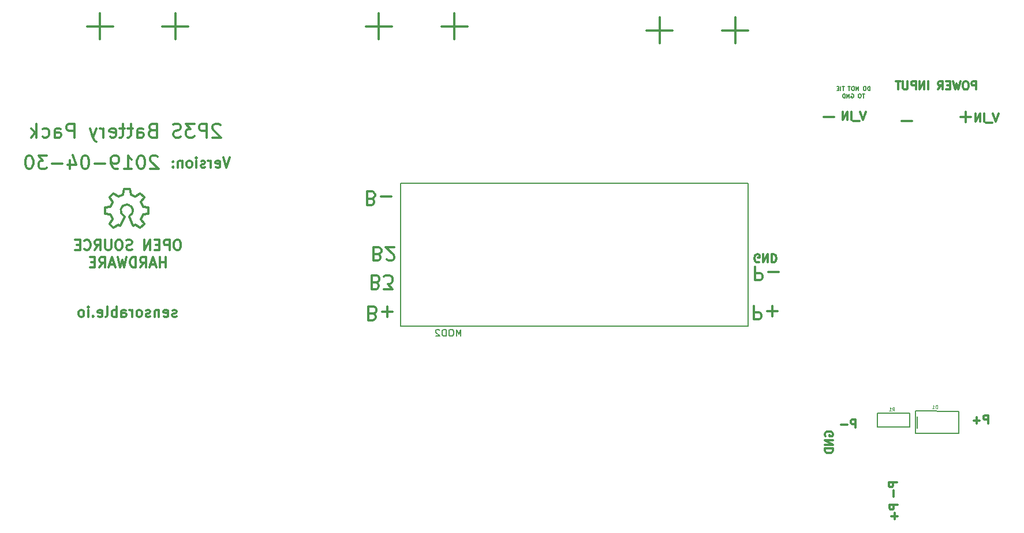
<source format=gbo>
G04 #@! TF.GenerationSoftware,KiCad,Pcbnew,(5.0.2)-1*
G04 #@! TF.CreationDate,2019-04-29T22:25:13-04:00*
G04 #@! TF.ProjectId,2p3s-pwr-pack,32703373-2d70-4777-922d-7061636b2e6b,V1*
G04 #@! TF.SameCoordinates,Original*
G04 #@! TF.FileFunction,Legend,Bot*
G04 #@! TF.FilePolarity,Positive*
%FSLAX46Y46*%
G04 Gerber Fmt 4.6, Leading zero omitted, Abs format (unit mm)*
G04 Created by KiCad (PCBNEW (5.0.2)-1) date 4/29/2019 10:25:13 PM*
%MOMM*%
%LPD*%
G01*
G04 APERTURE LIST*
%ADD10C,0.300000*%
%ADD11C,0.150000*%
%ADD12C,0.100000*%
G04 APERTURE END LIST*
D10*
X85142257Y-99287671D02*
X84856542Y-99287671D01*
X84713685Y-99359100D01*
X84570828Y-99501957D01*
X84499400Y-99787671D01*
X84499400Y-100287671D01*
X84570828Y-100573385D01*
X84713685Y-100716242D01*
X84856542Y-100787671D01*
X85142257Y-100787671D01*
X85285114Y-100716242D01*
X85427971Y-100573385D01*
X85499400Y-100287671D01*
X85499400Y-99787671D01*
X85427971Y-99501957D01*
X85285114Y-99359100D01*
X85142257Y-99287671D01*
X83856542Y-100787671D02*
X83856542Y-99287671D01*
X83285114Y-99287671D01*
X83142257Y-99359100D01*
X83070828Y-99430528D01*
X82999400Y-99573385D01*
X82999400Y-99787671D01*
X83070828Y-99930528D01*
X83142257Y-100001957D01*
X83285114Y-100073385D01*
X83856542Y-100073385D01*
X82356542Y-100001957D02*
X81856542Y-100001957D01*
X81642257Y-100787671D02*
X82356542Y-100787671D01*
X82356542Y-99287671D01*
X81642257Y-99287671D01*
X80999400Y-100787671D02*
X80999400Y-99287671D01*
X80142257Y-100787671D01*
X80142257Y-99287671D01*
X78356542Y-100716242D02*
X78142257Y-100787671D01*
X77785114Y-100787671D01*
X77642257Y-100716242D01*
X77570828Y-100644814D01*
X77499400Y-100501957D01*
X77499400Y-100359100D01*
X77570828Y-100216242D01*
X77642257Y-100144814D01*
X77785114Y-100073385D01*
X78070828Y-100001957D01*
X78213685Y-99930528D01*
X78285114Y-99859100D01*
X78356542Y-99716242D01*
X78356542Y-99573385D01*
X78285114Y-99430528D01*
X78213685Y-99359100D01*
X78070828Y-99287671D01*
X77713685Y-99287671D01*
X77499400Y-99359100D01*
X76570828Y-99287671D02*
X76285114Y-99287671D01*
X76142257Y-99359100D01*
X75999400Y-99501957D01*
X75927971Y-99787671D01*
X75927971Y-100287671D01*
X75999400Y-100573385D01*
X76142257Y-100716242D01*
X76285114Y-100787671D01*
X76570828Y-100787671D01*
X76713685Y-100716242D01*
X76856542Y-100573385D01*
X76927971Y-100287671D01*
X76927971Y-99787671D01*
X76856542Y-99501957D01*
X76713685Y-99359100D01*
X76570828Y-99287671D01*
X75285114Y-99287671D02*
X75285114Y-100501957D01*
X75213685Y-100644814D01*
X75142257Y-100716242D01*
X74999400Y-100787671D01*
X74713685Y-100787671D01*
X74570828Y-100716242D01*
X74499400Y-100644814D01*
X74427971Y-100501957D01*
X74427971Y-99287671D01*
X72856542Y-100787671D02*
X73356542Y-100073385D01*
X73713685Y-100787671D02*
X73713685Y-99287671D01*
X73142257Y-99287671D01*
X72999400Y-99359100D01*
X72927971Y-99430528D01*
X72856542Y-99573385D01*
X72856542Y-99787671D01*
X72927971Y-99930528D01*
X72999400Y-100001957D01*
X73142257Y-100073385D01*
X73713685Y-100073385D01*
X71356542Y-100644814D02*
X71427971Y-100716242D01*
X71642257Y-100787671D01*
X71785114Y-100787671D01*
X71999400Y-100716242D01*
X72142257Y-100573385D01*
X72213685Y-100430528D01*
X72285114Y-100144814D01*
X72285114Y-99930528D01*
X72213685Y-99644814D01*
X72142257Y-99501957D01*
X71999400Y-99359100D01*
X71785114Y-99287671D01*
X71642257Y-99287671D01*
X71427971Y-99359100D01*
X71356542Y-99430528D01*
X70713685Y-100001957D02*
X70213685Y-100001957D01*
X69999400Y-100787671D02*
X70713685Y-100787671D01*
X70713685Y-99287671D01*
X69999400Y-99287671D01*
X83249400Y-103337671D02*
X83249400Y-101837671D01*
X83249400Y-102551957D02*
X82392257Y-102551957D01*
X82392257Y-103337671D02*
X82392257Y-101837671D01*
X81749400Y-102909100D02*
X81035114Y-102909100D01*
X81892257Y-103337671D02*
X81392257Y-101837671D01*
X80892257Y-103337671D01*
X79535114Y-103337671D02*
X80035114Y-102623385D01*
X80392257Y-103337671D02*
X80392257Y-101837671D01*
X79820828Y-101837671D01*
X79677971Y-101909100D01*
X79606542Y-101980528D01*
X79535114Y-102123385D01*
X79535114Y-102337671D01*
X79606542Y-102480528D01*
X79677971Y-102551957D01*
X79820828Y-102623385D01*
X80392257Y-102623385D01*
X78892257Y-103337671D02*
X78892257Y-101837671D01*
X78535114Y-101837671D01*
X78320828Y-101909100D01*
X78177971Y-102051957D01*
X78106542Y-102194814D01*
X78035114Y-102480528D01*
X78035114Y-102694814D01*
X78106542Y-102980528D01*
X78177971Y-103123385D01*
X78320828Y-103266242D01*
X78535114Y-103337671D01*
X78892257Y-103337671D01*
X77535114Y-101837671D02*
X77177971Y-103337671D01*
X76892257Y-102266242D01*
X76606542Y-103337671D01*
X76249400Y-101837671D01*
X75749400Y-102909100D02*
X75035114Y-102909100D01*
X75892257Y-103337671D02*
X75392257Y-101837671D01*
X74892257Y-103337671D01*
X73535114Y-103337671D02*
X74035114Y-102623385D01*
X74392257Y-103337671D02*
X74392257Y-101837671D01*
X73820828Y-101837671D01*
X73677971Y-101909100D01*
X73606542Y-101980528D01*
X73535114Y-102123385D01*
X73535114Y-102337671D01*
X73606542Y-102480528D01*
X73677971Y-102551957D01*
X73820828Y-102623385D01*
X74392257Y-102623385D01*
X72892257Y-102551957D02*
X72392257Y-102551957D01*
X72177971Y-103337671D02*
X72892257Y-103337671D01*
X72892257Y-101837671D01*
X72177971Y-101837671D01*
X192735104Y-81854657D02*
X191211295Y-81854657D01*
D11*
X186591271Y-77368828D02*
X186591271Y-76768828D01*
X186448414Y-76768828D01*
X186362700Y-76797400D01*
X186305557Y-76854542D01*
X186276985Y-76911685D01*
X186248414Y-77025971D01*
X186248414Y-77111685D01*
X186276985Y-77225971D01*
X186305557Y-77283114D01*
X186362700Y-77340257D01*
X186448414Y-77368828D01*
X186591271Y-77368828D01*
X185876985Y-76768828D02*
X185762700Y-76768828D01*
X185705557Y-76797400D01*
X185648414Y-76854542D01*
X185619842Y-76968828D01*
X185619842Y-77168828D01*
X185648414Y-77283114D01*
X185705557Y-77340257D01*
X185762700Y-77368828D01*
X185876985Y-77368828D01*
X185934128Y-77340257D01*
X185991271Y-77283114D01*
X186019842Y-77168828D01*
X186019842Y-76968828D01*
X185991271Y-76854542D01*
X185934128Y-76797400D01*
X185876985Y-76768828D01*
X184905557Y-77368828D02*
X184905557Y-76768828D01*
X184562700Y-77368828D01*
X184562700Y-76768828D01*
X184162700Y-76768828D02*
X184048414Y-76768828D01*
X183991271Y-76797400D01*
X183934128Y-76854542D01*
X183905557Y-76968828D01*
X183905557Y-77168828D01*
X183934128Y-77283114D01*
X183991271Y-77340257D01*
X184048414Y-77368828D01*
X184162700Y-77368828D01*
X184219842Y-77340257D01*
X184276985Y-77283114D01*
X184305557Y-77168828D01*
X184305557Y-76968828D01*
X184276985Y-76854542D01*
X184219842Y-76797400D01*
X184162700Y-76768828D01*
X183734128Y-76768828D02*
X183391271Y-76768828D01*
X183562700Y-77368828D02*
X183562700Y-76768828D01*
X182819842Y-76768828D02*
X182476985Y-76768828D01*
X182648414Y-77368828D02*
X182648414Y-76768828D01*
X182276985Y-77368828D02*
X182276985Y-76768828D01*
X181991271Y-77054542D02*
X181791271Y-77054542D01*
X181705557Y-77368828D02*
X181991271Y-77368828D01*
X181991271Y-76768828D01*
X181705557Y-76768828D01*
X185791271Y-77818828D02*
X185448414Y-77818828D01*
X185619842Y-78418828D02*
X185619842Y-77818828D01*
X185134128Y-77818828D02*
X185019842Y-77818828D01*
X184962700Y-77847400D01*
X184905557Y-77904542D01*
X184876985Y-78018828D01*
X184876985Y-78218828D01*
X184905557Y-78333114D01*
X184962700Y-78390257D01*
X185019842Y-78418828D01*
X185134128Y-78418828D01*
X185191271Y-78390257D01*
X185248414Y-78333114D01*
X185276985Y-78218828D01*
X185276985Y-78018828D01*
X185248414Y-77904542D01*
X185191271Y-77847400D01*
X185134128Y-77818828D01*
X183848414Y-77847400D02*
X183905557Y-77818828D01*
X183991271Y-77818828D01*
X184076985Y-77847400D01*
X184134128Y-77904542D01*
X184162700Y-77961685D01*
X184191271Y-78075971D01*
X184191271Y-78161685D01*
X184162700Y-78275971D01*
X184134128Y-78333114D01*
X184076985Y-78390257D01*
X183991271Y-78418828D01*
X183934128Y-78418828D01*
X183848414Y-78390257D01*
X183819842Y-78361685D01*
X183819842Y-78161685D01*
X183934128Y-78161685D01*
X183562700Y-78418828D02*
X183562700Y-77818828D01*
X183219842Y-78418828D01*
X183219842Y-77818828D01*
X182934128Y-78418828D02*
X182934128Y-77818828D01*
X182791271Y-77818828D01*
X182705557Y-77847400D01*
X182648414Y-77904542D01*
X182619842Y-77961685D01*
X182591271Y-78075971D01*
X182591271Y-78161685D01*
X182619842Y-78275971D01*
X182648414Y-78333114D01*
X182705557Y-78390257D01*
X182791271Y-78418828D01*
X182934128Y-78418828D01*
D10*
X185959528Y-80495857D02*
X185559528Y-81695857D01*
X185159528Y-80495857D01*
X185045242Y-81810142D02*
X184130957Y-81810142D01*
X183845242Y-81695857D02*
X183845242Y-80495857D01*
X183273814Y-81695857D02*
X183273814Y-80495857D01*
X182588100Y-81695857D01*
X182588100Y-80495857D01*
X114150876Y-105578257D02*
X114436590Y-105483019D01*
X114531828Y-105387780D01*
X114627066Y-105197304D01*
X114627066Y-104911590D01*
X114531828Y-104721114D01*
X114436590Y-104625876D01*
X114246114Y-104530638D01*
X113484209Y-104530638D01*
X113484209Y-106530638D01*
X114150876Y-106530638D01*
X114341352Y-106435400D01*
X114436590Y-106340161D01*
X114531828Y-106149685D01*
X114531828Y-105959209D01*
X114436590Y-105768733D01*
X114341352Y-105673495D01*
X114150876Y-105578257D01*
X113484209Y-105578257D01*
X115293733Y-106530638D02*
X116531828Y-106530638D01*
X115865161Y-105768733D01*
X116150876Y-105768733D01*
X116341352Y-105673495D01*
X116436590Y-105578257D01*
X116531828Y-105387780D01*
X116531828Y-104911590D01*
X116436590Y-104721114D01*
X116341352Y-104625876D01*
X116150876Y-104530638D01*
X115579447Y-104530638D01*
X115388971Y-104625876D01*
X115293733Y-104721114D01*
X157657561Y-68505342D02*
X153848038Y-68505342D01*
X155752800Y-70410104D02*
X155752800Y-66600580D01*
X168731961Y-68505342D02*
X164922438Y-68505342D01*
X166827200Y-70410104D02*
X166827200Y-66600580D01*
X116458761Y-67921142D02*
X112649238Y-67921142D01*
X114554000Y-69825904D02*
X114554000Y-66016380D01*
X127533161Y-67921142D02*
X123723638Y-67921142D01*
X125628400Y-69825904D02*
X125628400Y-66016380D01*
X86613761Y-67921142D02*
X82804238Y-67921142D01*
X84709000Y-69825904D02*
X84709000Y-66016380D01*
X75539361Y-67921142D02*
X71729838Y-67921142D01*
X73634600Y-69825904D02*
X73634600Y-66016380D01*
X84864471Y-110525642D02*
X84721614Y-110597071D01*
X84435900Y-110597071D01*
X84293042Y-110525642D01*
X84221614Y-110382785D01*
X84221614Y-110311357D01*
X84293042Y-110168500D01*
X84435900Y-110097071D01*
X84650185Y-110097071D01*
X84793042Y-110025642D01*
X84864471Y-109882785D01*
X84864471Y-109811357D01*
X84793042Y-109668500D01*
X84650185Y-109597071D01*
X84435900Y-109597071D01*
X84293042Y-109668500D01*
X83007328Y-110525642D02*
X83150185Y-110597071D01*
X83435900Y-110597071D01*
X83578757Y-110525642D01*
X83650185Y-110382785D01*
X83650185Y-109811357D01*
X83578757Y-109668500D01*
X83435900Y-109597071D01*
X83150185Y-109597071D01*
X83007328Y-109668500D01*
X82935900Y-109811357D01*
X82935900Y-109954214D01*
X83650185Y-110097071D01*
X82293042Y-109597071D02*
X82293042Y-110597071D01*
X82293042Y-109739928D02*
X82221614Y-109668500D01*
X82078757Y-109597071D01*
X81864471Y-109597071D01*
X81721614Y-109668500D01*
X81650185Y-109811357D01*
X81650185Y-110597071D01*
X81007328Y-110525642D02*
X80864471Y-110597071D01*
X80578757Y-110597071D01*
X80435900Y-110525642D01*
X80364471Y-110382785D01*
X80364471Y-110311357D01*
X80435900Y-110168500D01*
X80578757Y-110097071D01*
X80793042Y-110097071D01*
X80935900Y-110025642D01*
X81007328Y-109882785D01*
X81007328Y-109811357D01*
X80935900Y-109668500D01*
X80793042Y-109597071D01*
X80578757Y-109597071D01*
X80435900Y-109668500D01*
X79507328Y-110597071D02*
X79650185Y-110525642D01*
X79721614Y-110454214D01*
X79793042Y-110311357D01*
X79793042Y-109882785D01*
X79721614Y-109739928D01*
X79650185Y-109668500D01*
X79507328Y-109597071D01*
X79293042Y-109597071D01*
X79150185Y-109668500D01*
X79078757Y-109739928D01*
X79007328Y-109882785D01*
X79007328Y-110311357D01*
X79078757Y-110454214D01*
X79150185Y-110525642D01*
X79293042Y-110597071D01*
X79507328Y-110597071D01*
X78364471Y-110597071D02*
X78364471Y-109597071D01*
X78364471Y-109882785D02*
X78293042Y-109739928D01*
X78221614Y-109668500D01*
X78078757Y-109597071D01*
X77935900Y-109597071D01*
X76793042Y-110597071D02*
X76793042Y-109811357D01*
X76864471Y-109668500D01*
X77007328Y-109597071D01*
X77293042Y-109597071D01*
X77435900Y-109668500D01*
X76793042Y-110525642D02*
X76935900Y-110597071D01*
X77293042Y-110597071D01*
X77435900Y-110525642D01*
X77507328Y-110382785D01*
X77507328Y-110239928D01*
X77435900Y-110097071D01*
X77293042Y-110025642D01*
X76935900Y-110025642D01*
X76793042Y-109954214D01*
X76078757Y-110597071D02*
X76078757Y-109097071D01*
X76078757Y-109668500D02*
X75935900Y-109597071D01*
X75650185Y-109597071D01*
X75507328Y-109668500D01*
X75435900Y-109739928D01*
X75364471Y-109882785D01*
X75364471Y-110311357D01*
X75435900Y-110454214D01*
X75507328Y-110525642D01*
X75650185Y-110597071D01*
X75935900Y-110597071D01*
X76078757Y-110525642D01*
X74507328Y-110597071D02*
X74650185Y-110525642D01*
X74721614Y-110382785D01*
X74721614Y-109097071D01*
X73364471Y-110525642D02*
X73507328Y-110597071D01*
X73793042Y-110597071D01*
X73935900Y-110525642D01*
X74007328Y-110382785D01*
X74007328Y-109811357D01*
X73935900Y-109668500D01*
X73793042Y-109597071D01*
X73507328Y-109597071D01*
X73364471Y-109668500D01*
X73293042Y-109811357D01*
X73293042Y-109954214D01*
X74007328Y-110097071D01*
X72650185Y-110454214D02*
X72578757Y-110525642D01*
X72650185Y-110597071D01*
X72721614Y-110525642D01*
X72650185Y-110454214D01*
X72650185Y-110597071D01*
X71935900Y-110597071D02*
X71935900Y-109597071D01*
X71935900Y-109097071D02*
X72007328Y-109168500D01*
X71935900Y-109239928D01*
X71864471Y-109168500D01*
X71935900Y-109097071D01*
X71935900Y-109239928D01*
X71007328Y-110597071D02*
X71150185Y-110525642D01*
X71221614Y-110454214D01*
X71293042Y-110311357D01*
X71293042Y-109882785D01*
X71221614Y-109739928D01*
X71150185Y-109668500D01*
X71007328Y-109597071D01*
X70793042Y-109597071D01*
X70650185Y-109668500D01*
X70578757Y-109739928D01*
X70507328Y-109882785D01*
X70507328Y-110311357D01*
X70578757Y-110454214D01*
X70650185Y-110525642D01*
X70793042Y-110597071D01*
X71007328Y-110597071D01*
X75604081Y-97527715D02*
G75*
G03X75656235Y-97532700I29096J29096D01*
G01*
X75656235Y-97532700D02*
X76301097Y-97096419D01*
X76686962Y-97191478D02*
X77226794Y-95869346D01*
X76339901Y-97092484D02*
G75*
G03X76301097Y-97096419I-15747J-38016D01*
G01*
X75053116Y-96976750D02*
X75604081Y-97527715D01*
X75484412Y-96279734D02*
X75048131Y-96924596D01*
X77226795Y-95869347D02*
G75*
G03X77205904Y-95816413I-38096J15555D01*
G01*
X74395048Y-95388036D02*
G75*
G03X74428402Y-95428438I41148J1D01*
G01*
X76633121Y-97213940D02*
G75*
G03X76686962Y-97191478I15746J38016D01*
G01*
X74428402Y-95428438D02*
X75192885Y-95575927D01*
X75484412Y-96279734D02*
G75*
G03X75488347Y-96240930I-34081J23057D01*
G01*
X76339901Y-97092484D02*
X76633121Y-97213940D01*
X75223106Y-95600583D02*
G75*
G03X75192885Y-95575927I-38015J-15747D01*
G01*
X75223106Y-95600583D02*
X75488347Y-96240930D01*
X75048130Y-96924596D02*
G75*
G03X75053116Y-96976750I34082J-23057D01*
G01*
X78824875Y-92904403D02*
G75*
G03X78863679Y-92900467I15746J38016D01*
G01*
X75192885Y-94420960D02*
X74428402Y-94568449D01*
X79680363Y-93717152D02*
X80116645Y-93072290D01*
X79971890Y-95575927D02*
G75*
G03X79941669Y-95600583I7795J-40403D01*
G01*
X79680364Y-93717153D02*
G75*
G03X79676429Y-93755956I34080J-23057D01*
G01*
X80736374Y-94568449D02*
X79971890Y-94420960D01*
X76980247Y-92639162D02*
G75*
G03X77004904Y-92608941I-15746J38016D01*
G01*
X75192885Y-94420959D02*
G75*
G03X75223106Y-94396304I-7794J40402D01*
G01*
X75488347Y-93755956D02*
X75223106Y-94396304D01*
X75488347Y-93755956D02*
G75*
G03X75484412Y-93717152I-38016J15746D01*
G01*
X76301097Y-92900467D02*
X75656235Y-92464186D01*
X78012382Y-91844457D02*
G75*
G03X77971979Y-91811104I-40403J-7795D01*
G01*
X79971890Y-95575927D02*
X80736374Y-95428438D01*
X78531655Y-97213940D02*
X78824874Y-97092484D01*
X79508541Y-97532700D02*
G75*
G03X79560694Y-97527715I23057J34081D01*
G01*
X75048131Y-93072290D02*
X75484412Y-93717152D01*
X75604081Y-92469171D02*
X75053116Y-93020137D01*
X75656234Y-92464186D02*
G75*
G03X75604081Y-92469171I-23057J-34081D01*
G01*
X77152393Y-91844457D02*
X77004904Y-92608941D01*
X76301098Y-92900467D02*
G75*
G03X76339901Y-92904402I23056J34080D01*
G01*
X76980248Y-92639162D02*
X76339901Y-92904402D01*
X77192796Y-91811104D02*
G75*
G03X77152393Y-91844457I0J-41148D01*
G01*
X80736374Y-95428438D02*
G75*
G03X80769727Y-95388035I-7795J40403D01*
G01*
X80116645Y-96924596D02*
X79680363Y-96279734D01*
X77971979Y-91811104D02*
X77192796Y-91811104D01*
X80116645Y-93072290D02*
G75*
G03X80111660Y-93020137I-34081J23057D01*
G01*
X78159871Y-92608941D02*
X78012382Y-91844457D01*
X78159871Y-92608941D02*
G75*
G03X78184527Y-92639162I40403J7795D01*
G01*
X77937981Y-95869346D02*
X78477813Y-97191478D01*
X79560694Y-92469171D02*
G75*
G03X79508540Y-92464186I-29096J-29096D01*
G01*
X78863678Y-97096419D02*
G75*
G03X78824874Y-97092484I-23057J-34081D01*
G01*
X79676428Y-96240930D02*
G75*
G03X79680363Y-96279734I38016J-15747D01*
G01*
X79508540Y-92464186D02*
X78863679Y-92900467D01*
X80111660Y-93020137D02*
X79560694Y-92469171D01*
X79941669Y-94396304D02*
X79676429Y-93755956D01*
X79941669Y-94396303D02*
G75*
G03X79971890Y-94420960I38016J15746D01*
G01*
X80769727Y-94608852D02*
G75*
G03X80736374Y-94568449I-41148J0D01*
G01*
X80769727Y-95388035D02*
X80769727Y-94608852D01*
X79560694Y-97527715D02*
X80111660Y-96976750D01*
X77958872Y-95816413D02*
G75*
G03X77937981Y-95869346I17204J-37379D01*
G01*
X80111660Y-96976749D02*
G75*
G03X80116645Y-96924596I-29096J29096D01*
G01*
X79676429Y-96240930D02*
X79941669Y-95600583D01*
X78863679Y-97096419D02*
X79508540Y-97532700D01*
X78477813Y-97191479D02*
G75*
G03X78531655Y-97213940I38095J15555D01*
G01*
X75053116Y-93020137D02*
G75*
G03X75048131Y-93072290I29096J-29096D01*
G01*
X78824874Y-92904402D02*
X78184527Y-92639162D01*
X74395048Y-94608852D02*
X74395048Y-95388035D01*
X74428401Y-94568449D02*
G75*
G03X74395048Y-94608852I7795J-40403D01*
G01*
X77958872Y-95816413D02*
G75*
G03X77205904Y-95816413I-376484J817970D01*
G01*
X92706514Y-87170571D02*
X92206514Y-88670571D01*
X91706514Y-87170571D01*
X90635085Y-88599142D02*
X90777942Y-88670571D01*
X91063657Y-88670571D01*
X91206514Y-88599142D01*
X91277942Y-88456285D01*
X91277942Y-87884857D01*
X91206514Y-87742000D01*
X91063657Y-87670571D01*
X90777942Y-87670571D01*
X90635085Y-87742000D01*
X90563657Y-87884857D01*
X90563657Y-88027714D01*
X91277942Y-88170571D01*
X89920800Y-88670571D02*
X89920800Y-87670571D01*
X89920800Y-87956285D02*
X89849371Y-87813428D01*
X89777942Y-87742000D01*
X89635085Y-87670571D01*
X89492228Y-87670571D01*
X89063657Y-88599142D02*
X88920800Y-88670571D01*
X88635085Y-88670571D01*
X88492228Y-88599142D01*
X88420800Y-88456285D01*
X88420800Y-88384857D01*
X88492228Y-88242000D01*
X88635085Y-88170571D01*
X88849371Y-88170571D01*
X88992228Y-88099142D01*
X89063657Y-87956285D01*
X89063657Y-87884857D01*
X88992228Y-87742000D01*
X88849371Y-87670571D01*
X88635085Y-87670571D01*
X88492228Y-87742000D01*
X87777942Y-88670571D02*
X87777942Y-87670571D01*
X87777942Y-87170571D02*
X87849371Y-87242000D01*
X87777942Y-87313428D01*
X87706514Y-87242000D01*
X87777942Y-87170571D01*
X87777942Y-87313428D01*
X86849371Y-88670571D02*
X86992228Y-88599142D01*
X87063657Y-88527714D01*
X87135085Y-88384857D01*
X87135085Y-87956285D01*
X87063657Y-87813428D01*
X86992228Y-87742000D01*
X86849371Y-87670571D01*
X86635085Y-87670571D01*
X86492228Y-87742000D01*
X86420800Y-87813428D01*
X86349371Y-87956285D01*
X86349371Y-88384857D01*
X86420800Y-88527714D01*
X86492228Y-88599142D01*
X86635085Y-88670571D01*
X86849371Y-88670571D01*
X85706514Y-87670571D02*
X85706514Y-88670571D01*
X85706514Y-87813428D02*
X85635085Y-87742000D01*
X85492228Y-87670571D01*
X85277942Y-87670571D01*
X85135085Y-87742000D01*
X85063657Y-87884857D01*
X85063657Y-88670571D01*
X84349371Y-88527714D02*
X84277942Y-88599142D01*
X84349371Y-88670571D01*
X84420800Y-88599142D01*
X84349371Y-88527714D01*
X84349371Y-88670571D01*
X84349371Y-87742000D02*
X84277942Y-87813428D01*
X84349371Y-87884857D01*
X84420800Y-87813428D01*
X84349371Y-87742000D01*
X84349371Y-87884857D01*
X82135085Y-87087238D02*
X82039847Y-86992000D01*
X81849371Y-86896761D01*
X81373180Y-86896761D01*
X81182704Y-86992000D01*
X81087466Y-87087238D01*
X80992228Y-87277714D01*
X80992228Y-87468190D01*
X81087466Y-87753904D01*
X82230323Y-88896761D01*
X80992228Y-88896761D01*
X79754133Y-86896761D02*
X79563657Y-86896761D01*
X79373180Y-86992000D01*
X79277942Y-87087238D01*
X79182704Y-87277714D01*
X79087466Y-87658666D01*
X79087466Y-88134857D01*
X79182704Y-88515809D01*
X79277942Y-88706285D01*
X79373180Y-88801523D01*
X79563657Y-88896761D01*
X79754133Y-88896761D01*
X79944609Y-88801523D01*
X80039847Y-88706285D01*
X80135085Y-88515809D01*
X80230323Y-88134857D01*
X80230323Y-87658666D01*
X80135085Y-87277714D01*
X80039847Y-87087238D01*
X79944609Y-86992000D01*
X79754133Y-86896761D01*
X77182704Y-88896761D02*
X78325561Y-88896761D01*
X77754133Y-88896761D02*
X77754133Y-86896761D01*
X77944609Y-87182476D01*
X78135085Y-87372952D01*
X78325561Y-87468190D01*
X76230323Y-88896761D02*
X75849371Y-88896761D01*
X75658895Y-88801523D01*
X75563657Y-88706285D01*
X75373180Y-88420571D01*
X75277942Y-88039619D01*
X75277942Y-87277714D01*
X75373180Y-87087238D01*
X75468419Y-86992000D01*
X75658895Y-86896761D01*
X76039847Y-86896761D01*
X76230323Y-86992000D01*
X76325561Y-87087238D01*
X76420800Y-87277714D01*
X76420800Y-87753904D01*
X76325561Y-87944380D01*
X76230323Y-88039619D01*
X76039847Y-88134857D01*
X75658895Y-88134857D01*
X75468419Y-88039619D01*
X75373180Y-87944380D01*
X75277942Y-87753904D01*
X74420800Y-88134857D02*
X72896990Y-88134857D01*
X71563657Y-86896761D02*
X71373180Y-86896761D01*
X71182704Y-86992000D01*
X71087466Y-87087238D01*
X70992228Y-87277714D01*
X70896990Y-87658666D01*
X70896990Y-88134857D01*
X70992228Y-88515809D01*
X71087466Y-88706285D01*
X71182704Y-88801523D01*
X71373180Y-88896761D01*
X71563657Y-88896761D01*
X71754133Y-88801523D01*
X71849371Y-88706285D01*
X71944609Y-88515809D01*
X72039847Y-88134857D01*
X72039847Y-87658666D01*
X71944609Y-87277714D01*
X71849371Y-87087238D01*
X71754133Y-86992000D01*
X71563657Y-86896761D01*
X69182704Y-87563428D02*
X69182704Y-88896761D01*
X69658895Y-86801523D02*
X70135085Y-88230095D01*
X68896990Y-88230095D01*
X68135085Y-88134857D02*
X66611276Y-88134857D01*
X65849371Y-86896761D02*
X64611276Y-86896761D01*
X65277942Y-87658666D01*
X64992228Y-87658666D01*
X64801752Y-87753904D01*
X64706514Y-87849142D01*
X64611276Y-88039619D01*
X64611276Y-88515809D01*
X64706514Y-88706285D01*
X64801752Y-88801523D01*
X64992228Y-88896761D01*
X65563657Y-88896761D01*
X65754133Y-88801523D01*
X65849371Y-88706285D01*
X63373180Y-86896761D02*
X63182704Y-86896761D01*
X62992228Y-86992000D01*
X62896990Y-87087238D01*
X62801752Y-87277714D01*
X62706514Y-87658666D01*
X62706514Y-88134857D01*
X62801752Y-88515809D01*
X62896990Y-88706285D01*
X62992228Y-88801523D01*
X63182704Y-88896761D01*
X63373180Y-88896761D01*
X63563657Y-88801523D01*
X63658895Y-88706285D01*
X63754133Y-88515809D01*
X63849371Y-88134857D01*
X63849371Y-87658666D01*
X63754133Y-87277714D01*
X63658895Y-87087238D01*
X63563657Y-86992000D01*
X63373180Y-86896761D01*
X91301742Y-82445338D02*
X91206504Y-82350100D01*
X91016028Y-82254861D01*
X90539838Y-82254861D01*
X90349361Y-82350100D01*
X90254123Y-82445338D01*
X90158885Y-82635814D01*
X90158885Y-82826290D01*
X90254123Y-83112004D01*
X91396980Y-84254861D01*
X90158885Y-84254861D01*
X89301742Y-84254861D02*
X89301742Y-82254861D01*
X88539838Y-82254861D01*
X88349361Y-82350100D01*
X88254123Y-82445338D01*
X88158885Y-82635814D01*
X88158885Y-82921528D01*
X88254123Y-83112004D01*
X88349361Y-83207242D01*
X88539838Y-83302480D01*
X89301742Y-83302480D01*
X87492219Y-82254861D02*
X86254123Y-82254861D01*
X86920790Y-83016766D01*
X86635076Y-83016766D01*
X86444600Y-83112004D01*
X86349361Y-83207242D01*
X86254123Y-83397719D01*
X86254123Y-83873909D01*
X86349361Y-84064385D01*
X86444600Y-84159623D01*
X86635076Y-84254861D01*
X87206504Y-84254861D01*
X87396980Y-84159623D01*
X87492219Y-84064385D01*
X85492219Y-84159623D02*
X85206504Y-84254861D01*
X84730314Y-84254861D01*
X84539838Y-84159623D01*
X84444600Y-84064385D01*
X84349361Y-83873909D01*
X84349361Y-83683433D01*
X84444600Y-83492957D01*
X84539838Y-83397719D01*
X84730314Y-83302480D01*
X85111266Y-83207242D01*
X85301742Y-83112004D01*
X85396980Y-83016766D01*
X85492219Y-82826290D01*
X85492219Y-82635814D01*
X85396980Y-82445338D01*
X85301742Y-82350100D01*
X85111266Y-82254861D01*
X84635076Y-82254861D01*
X84349361Y-82350100D01*
X81301742Y-83207242D02*
X81016028Y-83302480D01*
X80920790Y-83397719D01*
X80825552Y-83588195D01*
X80825552Y-83873909D01*
X80920790Y-84064385D01*
X81016028Y-84159623D01*
X81206504Y-84254861D01*
X81968409Y-84254861D01*
X81968409Y-82254861D01*
X81301742Y-82254861D01*
X81111266Y-82350100D01*
X81016028Y-82445338D01*
X80920790Y-82635814D01*
X80920790Y-82826290D01*
X81016028Y-83016766D01*
X81111266Y-83112004D01*
X81301742Y-83207242D01*
X81968409Y-83207242D01*
X79111266Y-84254861D02*
X79111266Y-83207242D01*
X79206504Y-83016766D01*
X79396980Y-82921528D01*
X79777933Y-82921528D01*
X79968409Y-83016766D01*
X79111266Y-84159623D02*
X79301742Y-84254861D01*
X79777933Y-84254861D01*
X79968409Y-84159623D01*
X80063647Y-83969147D01*
X80063647Y-83778671D01*
X79968409Y-83588195D01*
X79777933Y-83492957D01*
X79301742Y-83492957D01*
X79111266Y-83397719D01*
X78444600Y-82921528D02*
X77682695Y-82921528D01*
X78158885Y-82254861D02*
X78158885Y-83969147D01*
X78063647Y-84159623D01*
X77873171Y-84254861D01*
X77682695Y-84254861D01*
X77301742Y-82921528D02*
X76539838Y-82921528D01*
X77016028Y-82254861D02*
X77016028Y-83969147D01*
X76920790Y-84159623D01*
X76730314Y-84254861D01*
X76539838Y-84254861D01*
X75111266Y-84159623D02*
X75301742Y-84254861D01*
X75682695Y-84254861D01*
X75873171Y-84159623D01*
X75968409Y-83969147D01*
X75968409Y-83207242D01*
X75873171Y-83016766D01*
X75682695Y-82921528D01*
X75301742Y-82921528D01*
X75111266Y-83016766D01*
X75016028Y-83207242D01*
X75016028Y-83397719D01*
X75968409Y-83588195D01*
X74158885Y-84254861D02*
X74158885Y-82921528D01*
X74158885Y-83302480D02*
X74063647Y-83112004D01*
X73968409Y-83016766D01*
X73777933Y-82921528D01*
X73587457Y-82921528D01*
X73111266Y-82921528D02*
X72635076Y-84254861D01*
X72158885Y-82921528D02*
X72635076Y-84254861D01*
X72825552Y-84731052D01*
X72920790Y-84826290D01*
X73111266Y-84921528D01*
X69873171Y-84254861D02*
X69873171Y-82254861D01*
X69111266Y-82254861D01*
X68920790Y-82350100D01*
X68825552Y-82445338D01*
X68730314Y-82635814D01*
X68730314Y-82921528D01*
X68825552Y-83112004D01*
X68920790Y-83207242D01*
X69111266Y-83302480D01*
X69873171Y-83302480D01*
X67016028Y-84254861D02*
X67016028Y-83207242D01*
X67111266Y-83016766D01*
X67301742Y-82921528D01*
X67682695Y-82921528D01*
X67873171Y-83016766D01*
X67016028Y-84159623D02*
X67206504Y-84254861D01*
X67682695Y-84254861D01*
X67873171Y-84159623D01*
X67968409Y-83969147D01*
X67968409Y-83778671D01*
X67873171Y-83588195D01*
X67682695Y-83492957D01*
X67206504Y-83492957D01*
X67016028Y-83397719D01*
X65206504Y-84159623D02*
X65396980Y-84254861D01*
X65777933Y-84254861D01*
X65968409Y-84159623D01*
X66063647Y-84064385D01*
X66158885Y-83873909D01*
X66158885Y-83302480D01*
X66063647Y-83112004D01*
X65968409Y-83016766D01*
X65777933Y-82921528D01*
X65396980Y-82921528D01*
X65206504Y-83016766D01*
X64349361Y-84254861D02*
X64349361Y-82254861D01*
X64158885Y-83492957D02*
X63587457Y-84254861D01*
X63587457Y-82921528D02*
X64349361Y-83683433D01*
X113504761Y-93242857D02*
X113790476Y-93147619D01*
X113885714Y-93052380D01*
X113980952Y-92861904D01*
X113980952Y-92576190D01*
X113885714Y-92385714D01*
X113790476Y-92290476D01*
X113600000Y-92195238D01*
X112838095Y-92195238D01*
X112838095Y-94195238D01*
X113504761Y-94195238D01*
X113695238Y-94100000D01*
X113790476Y-94004761D01*
X113885714Y-93814285D01*
X113885714Y-93623809D01*
X113790476Y-93433333D01*
X113695238Y-93338095D01*
X113504761Y-93242857D01*
X112838095Y-93242857D01*
X114838095Y-92957142D02*
X116361904Y-92957142D01*
X114430276Y-101399957D02*
X114715990Y-101304719D01*
X114811228Y-101209480D01*
X114906466Y-101019004D01*
X114906466Y-100733290D01*
X114811228Y-100542814D01*
X114715990Y-100447576D01*
X114525514Y-100352338D01*
X113763609Y-100352338D01*
X113763609Y-102352338D01*
X114430276Y-102352338D01*
X114620752Y-102257100D01*
X114715990Y-102161861D01*
X114811228Y-101971385D01*
X114811228Y-101780909D01*
X114715990Y-101590433D01*
X114620752Y-101495195D01*
X114430276Y-101399957D01*
X113763609Y-101399957D01*
X115668371Y-102161861D02*
X115763609Y-102257100D01*
X115954085Y-102352338D01*
X116430276Y-102352338D01*
X116620752Y-102257100D01*
X116715990Y-102161861D01*
X116811228Y-101971385D01*
X116811228Y-101780909D01*
X116715990Y-101495195D01*
X115573133Y-100352338D01*
X116811228Y-100352338D01*
X113704761Y-110142857D02*
X113990476Y-110047619D01*
X114085714Y-109952380D01*
X114180952Y-109761904D01*
X114180952Y-109476190D01*
X114085714Y-109285714D01*
X113990476Y-109190476D01*
X113800000Y-109095238D01*
X113038095Y-109095238D01*
X113038095Y-111095238D01*
X113704761Y-111095238D01*
X113895238Y-111000000D01*
X113990476Y-110904761D01*
X114085714Y-110714285D01*
X114085714Y-110523809D01*
X113990476Y-110333333D01*
X113895238Y-110238095D01*
X113704761Y-110142857D01*
X113038095Y-110142857D01*
X115038095Y-109857142D02*
X116561904Y-109857142D01*
X115800000Y-109095238D02*
X115800000Y-110619047D01*
X170332514Y-102555600D02*
X170218228Y-102612742D01*
X170046800Y-102612742D01*
X169875371Y-102555600D01*
X169761085Y-102441314D01*
X169703942Y-102327028D01*
X169646800Y-102098457D01*
X169646800Y-101927028D01*
X169703942Y-101698457D01*
X169761085Y-101584171D01*
X169875371Y-101469885D01*
X170046800Y-101412742D01*
X170161085Y-101412742D01*
X170332514Y-101469885D01*
X170389657Y-101527028D01*
X170389657Y-101927028D01*
X170161085Y-101927028D01*
X170903942Y-101412742D02*
X170903942Y-102612742D01*
X171589657Y-101412742D01*
X171589657Y-102612742D01*
X172161085Y-101412742D02*
X172161085Y-102612742D01*
X172446800Y-102612742D01*
X172618228Y-102555600D01*
X172732514Y-102441314D01*
X172789657Y-102327028D01*
X172846800Y-102098457D01*
X172846800Y-101927028D01*
X172789657Y-101698457D01*
X172732514Y-101584171D01*
X172618228Y-101469885D01*
X172446800Y-101412742D01*
X172161085Y-101412742D01*
X169688095Y-103235238D02*
X169688095Y-105235238D01*
X170450000Y-105235238D01*
X170640476Y-105140000D01*
X170735714Y-105044761D01*
X170830952Y-104854285D01*
X170830952Y-104568571D01*
X170735714Y-104378095D01*
X170640476Y-104282857D01*
X170450000Y-104187619D01*
X169688095Y-104187619D01*
X171688095Y-103997142D02*
X173211904Y-103997142D01*
X169538095Y-108995238D02*
X169538095Y-110995238D01*
X170300000Y-110995238D01*
X170490476Y-110900000D01*
X170585714Y-110804761D01*
X170680952Y-110614285D01*
X170680952Y-110328571D01*
X170585714Y-110138095D01*
X170490476Y-110042857D01*
X170300000Y-109947619D01*
X169538095Y-109947619D01*
X171538095Y-109757142D02*
X173061904Y-109757142D01*
X172300000Y-108995238D02*
X172300000Y-110519047D01*
X190642857Y-138242857D02*
X189442857Y-138242857D01*
X189442857Y-138700000D01*
X189500000Y-138814285D01*
X189557142Y-138871428D01*
X189671428Y-138928571D01*
X189842857Y-138928571D01*
X189957142Y-138871428D01*
X190014285Y-138814285D01*
X190071428Y-138700000D01*
X190071428Y-138242857D01*
X190185714Y-139442857D02*
X190185714Y-140357142D01*
X190642857Y-139900000D02*
X189728571Y-139900000D01*
X190542857Y-134942857D02*
X189342857Y-134942857D01*
X189342857Y-135400000D01*
X189400000Y-135514285D01*
X189457142Y-135571428D01*
X189571428Y-135628571D01*
X189742857Y-135628571D01*
X189857142Y-135571428D01*
X189914285Y-135514285D01*
X189971428Y-135400000D01*
X189971428Y-134942857D01*
X190085714Y-136142857D02*
X190085714Y-137057142D01*
X203901542Y-126298257D02*
X203901542Y-125098257D01*
X203444400Y-125098257D01*
X203330114Y-125155400D01*
X203272971Y-125212542D01*
X203215828Y-125326828D01*
X203215828Y-125498257D01*
X203272971Y-125612542D01*
X203330114Y-125669685D01*
X203444400Y-125726828D01*
X203901542Y-125726828D01*
X202701542Y-125841114D02*
X201787257Y-125841114D01*
X202244400Y-126298257D02*
X202244400Y-125383971D01*
X184445142Y-126920557D02*
X184445142Y-125720557D01*
X183988000Y-125720557D01*
X183873714Y-125777700D01*
X183816571Y-125834842D01*
X183759428Y-125949128D01*
X183759428Y-126120557D01*
X183816571Y-126234842D01*
X183873714Y-126291985D01*
X183988000Y-126349128D01*
X184445142Y-126349128D01*
X183245142Y-126463414D02*
X182330857Y-126463414D01*
X180019400Y-128130414D02*
X179962257Y-128016128D01*
X179962257Y-127844700D01*
X180019400Y-127673271D01*
X180133685Y-127558985D01*
X180247971Y-127501842D01*
X180476542Y-127444700D01*
X180647971Y-127444700D01*
X180876542Y-127501842D01*
X180990828Y-127558985D01*
X181105114Y-127673271D01*
X181162257Y-127844700D01*
X181162257Y-127958985D01*
X181105114Y-128130414D01*
X181047971Y-128187557D01*
X180647971Y-128187557D01*
X180647971Y-127958985D01*
X181162257Y-128701842D02*
X179962257Y-128701842D01*
X181162257Y-129387557D01*
X179962257Y-129387557D01*
X181162257Y-129958985D02*
X179962257Y-129958985D01*
X179962257Y-130244700D01*
X180019400Y-130416128D01*
X180133685Y-130530414D01*
X180247971Y-130587557D01*
X180476542Y-130644700D01*
X180647971Y-130644700D01*
X180876542Y-130587557D01*
X180990828Y-130530414D01*
X181105114Y-130416128D01*
X181162257Y-130244700D01*
X181162257Y-129958985D01*
X181305104Y-81219657D02*
X179781295Y-81219657D01*
X201396504Y-81245057D02*
X199872695Y-81245057D01*
X200634600Y-82006961D02*
X200634600Y-80483152D01*
X205428628Y-80749857D02*
X205028628Y-81949857D01*
X204628628Y-80749857D01*
X204514342Y-82064142D02*
X203600057Y-82064142D01*
X203314342Y-81949857D02*
X203314342Y-80749857D01*
X202742914Y-81949857D02*
X202742914Y-80749857D01*
X202057200Y-81949857D01*
X202057200Y-80749857D01*
X202170571Y-77200057D02*
X202170571Y-76000057D01*
X201713428Y-76000057D01*
X201599142Y-76057200D01*
X201542000Y-76114342D01*
X201484857Y-76228628D01*
X201484857Y-76400057D01*
X201542000Y-76514342D01*
X201599142Y-76571485D01*
X201713428Y-76628628D01*
X202170571Y-76628628D01*
X200742000Y-76000057D02*
X200513428Y-76000057D01*
X200399142Y-76057200D01*
X200284857Y-76171485D01*
X200227714Y-76400057D01*
X200227714Y-76800057D01*
X200284857Y-77028628D01*
X200399142Y-77142914D01*
X200513428Y-77200057D01*
X200742000Y-77200057D01*
X200856285Y-77142914D01*
X200970571Y-77028628D01*
X201027714Y-76800057D01*
X201027714Y-76400057D01*
X200970571Y-76171485D01*
X200856285Y-76057200D01*
X200742000Y-76000057D01*
X199827714Y-76000057D02*
X199542000Y-77200057D01*
X199313428Y-76342914D01*
X199084857Y-77200057D01*
X198799142Y-76000057D01*
X198342000Y-76571485D02*
X197942000Y-76571485D01*
X197770571Y-77200057D02*
X198342000Y-77200057D01*
X198342000Y-76000057D01*
X197770571Y-76000057D01*
X196570571Y-77200057D02*
X196970571Y-76628628D01*
X197256285Y-77200057D02*
X197256285Y-76000057D01*
X196799142Y-76000057D01*
X196684857Y-76057200D01*
X196627714Y-76114342D01*
X196570571Y-76228628D01*
X196570571Y-76400057D01*
X196627714Y-76514342D01*
X196684857Y-76571485D01*
X196799142Y-76628628D01*
X197256285Y-76628628D01*
X195142000Y-77200057D02*
X195142000Y-76000057D01*
X194570571Y-77200057D02*
X194570571Y-76000057D01*
X193884857Y-77200057D01*
X193884857Y-76000057D01*
X193313428Y-77200057D02*
X193313428Y-76000057D01*
X192856285Y-76000057D01*
X192742000Y-76057200D01*
X192684857Y-76114342D01*
X192627714Y-76228628D01*
X192627714Y-76400057D01*
X192684857Y-76514342D01*
X192742000Y-76571485D01*
X192856285Y-76628628D01*
X193313428Y-76628628D01*
X192113428Y-76000057D02*
X192113428Y-76971485D01*
X192056285Y-77085771D01*
X191999142Y-77142914D01*
X191884857Y-77200057D01*
X191656285Y-77200057D01*
X191542000Y-77142914D01*
X191484857Y-77085771D01*
X191427714Y-76971485D01*
X191427714Y-76000057D01*
X191027714Y-76000057D02*
X190342000Y-76000057D01*
X190684857Y-77200057D02*
X190684857Y-76000057D01*
D11*
G04 #@! TO.C,MOD2*
X117750000Y-112000000D02*
X117750000Y-91000000D01*
X168750000Y-112000000D02*
X117750000Y-112000000D01*
X168750000Y-91000000D02*
X168750000Y-112000000D01*
X117750000Y-91000000D02*
X168750000Y-91000000D01*
G04 #@! TO.C,D1*
X193230100Y-124448300D02*
X199580100Y-124498300D01*
X199580100Y-124498300D02*
X199580100Y-127748300D01*
X199580100Y-127748300D02*
X193225420Y-127749300D01*
X193230100Y-127698300D02*
X193230100Y-124448300D01*
X193494660Y-125229620D02*
X193494660Y-126951740D01*
G04 #@! TO.C,R1*
X187795000Y-124730000D02*
X192445000Y-124730000D01*
X192445000Y-124730000D02*
X192445000Y-126780000D01*
X192445000Y-126780000D02*
X187645000Y-126780000D01*
X187645000Y-126780000D02*
X187645000Y-124730000D01*
X187645000Y-124730000D02*
X187745000Y-124730000D01*
G04 #@! TO.C,MOD2*
X126583333Y-113452380D02*
X126583333Y-112452380D01*
X126250000Y-113166666D01*
X125916666Y-112452380D01*
X125916666Y-113452380D01*
X125250000Y-112452380D02*
X125059523Y-112452380D01*
X124964285Y-112500000D01*
X124869047Y-112595238D01*
X124821428Y-112785714D01*
X124821428Y-113119047D01*
X124869047Y-113309523D01*
X124964285Y-113404761D01*
X125059523Y-113452380D01*
X125250000Y-113452380D01*
X125345238Y-113404761D01*
X125440476Y-113309523D01*
X125488095Y-113119047D01*
X125488095Y-112785714D01*
X125440476Y-112595238D01*
X125345238Y-112500000D01*
X125250000Y-112452380D01*
X124392857Y-113452380D02*
X124392857Y-112452380D01*
X124154761Y-112452380D01*
X124011904Y-112500000D01*
X123916666Y-112595238D01*
X123869047Y-112690476D01*
X123821428Y-112880952D01*
X123821428Y-113023809D01*
X123869047Y-113214285D01*
X123916666Y-113309523D01*
X124011904Y-113404761D01*
X124154761Y-113452380D01*
X124392857Y-113452380D01*
X123440476Y-112547619D02*
X123392857Y-112500000D01*
X123297619Y-112452380D01*
X123059523Y-112452380D01*
X122964285Y-112500000D01*
X122916666Y-112547619D01*
X122869047Y-112642857D01*
X122869047Y-112738095D01*
X122916666Y-112880952D01*
X123488095Y-113452380D01*
X122869047Y-113452380D01*
G04 #@! TO.C,D1*
D12*
X196469747Y-124101990D02*
X196469747Y-123601990D01*
X196350700Y-123601990D01*
X196279271Y-123625800D01*
X196231652Y-123673419D01*
X196207842Y-123721038D01*
X196184033Y-123816276D01*
X196184033Y-123887704D01*
X196207842Y-123982942D01*
X196231652Y-124030561D01*
X196279271Y-124078180D01*
X196350700Y-124101990D01*
X196469747Y-124101990D01*
X195707842Y-124101990D02*
X195993557Y-124101990D01*
X195850700Y-124101990D02*
X195850700Y-123601990D01*
X195898319Y-123673419D01*
X195945938Y-123721038D01*
X195993557Y-123744847D01*
G04 #@! TO.C,R1*
X189878333Y-124456190D02*
X190045000Y-124218095D01*
X190164047Y-124456190D02*
X190164047Y-123956190D01*
X189973571Y-123956190D01*
X189925952Y-123980000D01*
X189902142Y-124003809D01*
X189878333Y-124051428D01*
X189878333Y-124122857D01*
X189902142Y-124170476D01*
X189925952Y-124194285D01*
X189973571Y-124218095D01*
X190164047Y-124218095D01*
X189402142Y-124456190D02*
X189687857Y-124456190D01*
X189545000Y-124456190D02*
X189545000Y-123956190D01*
X189592619Y-124027619D01*
X189640238Y-124075238D01*
X189687857Y-124099047D01*
G04 #@! TD*
M02*

</source>
